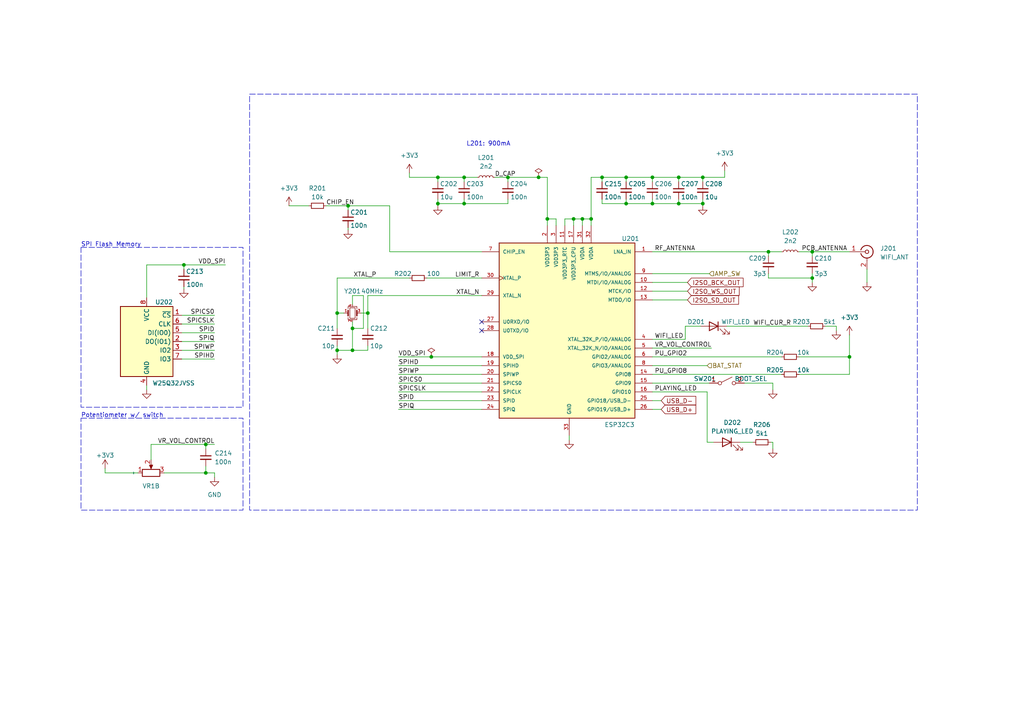
<source format=kicad_sch>
(kicad_sch (version 20230121) (generator eeschema)
  (paper "A4")
  (title_block (title "Internet Radio Speaker") (date "2024-01-16") (rev "1") (company "ST"))
  (lib_symbols
    (symbol "Connector:Conn_Coaxial" (pin_names (offset 1.016) hide)
      (property "Reference" "J" (at 0.254 3.048 0))
      (property "Value" "Conn_Coaxial" (at 2.921 0 90))
      (symbol "Conn_Coaxial_0_1"
        (arc (start -1.778 -0.508) (mid 0.2311 -1.8066) (end 1.778 0) (stroke (width 0.254)))
        (polyline (pts (xy -2.54 0) (xy -0.508 0)))
        (polyline (pts (xy 0 -2.54) (xy 0 -1.778)))
        (circle (center 0 0) (radius 0.508) (stroke (width 0.2032)))
        (arc (start 1.778 0) (mid 0.2099 1.8101) (end -1.778 0.508) (stroke (width 0.254)))
      )
      (symbol "Conn_Coaxial_1_1"
        (pin passive line (at -5.08 0 0) (length 2.54) (name "In") (number "1"))
        (pin passive line (at 0 -5.08 90) (length 2.54) (name "Ext") (number "2"))
      )
    )
    (symbol "Device:C_Small" (pin_numbers hide) (pin_names (offset 0.254) hide)
      (property "Reference" "C" (at 0.254 1.778 0))
      (property "Value" "C_Small" (at 0.254 -2.032 0))
      (symbol "C_Small_0_1"
        (polyline (pts (xy -1.524 -0.508) (xy 1.524 -0.508)) (stroke (width 0.3302)))
        (polyline (pts (xy -1.524 0.508) (xy 1.524 0.508)) (stroke (width 0.3048)))
      )
      (symbol "C_Small_1_1"
        (pin passive line (at 0 2.54 270) (length 2.032) (name "~") (number "1"))
        (pin passive line (at 0 -2.54 90) (length 2.032) (name "~") (number "2"))
      )
    )
    (symbol "Device:Crystal_GND24_Small" (pin_names (offset 1.016) hide)
      (property "Reference" "Y" (at 1.27 4.445 0))
      (property "Value" "Crystal_GND24_Small" (at 1.27 2.54 0))
      (symbol "Crystal_GND24_Small_0_1"
        (rectangle (start -0.762 -1.524) (end 0.762 1.524))
        (polyline (pts (xy -1.27 -0.762) (xy -1.27 0.762)) (stroke (width 0.381)))
        (polyline (pts (xy 1.27 -0.762) (xy 1.27 0.762)) (stroke (width 0.381)))
        (polyline (pts (xy -1.27 -1.27) (xy -1.27 -1.905) (xy 1.27 -1.905) (xy 1.27 -1.27)))
        (polyline (pts (xy -1.27 1.27) (xy -1.27 1.905) (xy 1.27 1.905) (xy 1.27 1.27)))
      )
      (symbol "Crystal_GND24_Small_1_1"
        (pin passive line (at -2.54 0 0) (length 1.27) (name "1") (number "1"))
        (pin passive line (at 0 -2.54 90) (length 0.635) (name "2") (number "2"))
        (pin passive line (at 2.54 0 180) (length 1.27) (name "3") (number "3"))
        (pin passive line (at 0 2.54 270) (length 0.635) (name "4") (number "4"))
      )
    )
    (symbol "Device:LED" (pin_numbers hide) (pin_names (offset 1.016) hide)
      (property "Reference" "D" (at 0 2.54 0))
      (property "Value" "LED" (at 0 -2.54 0))
      (symbol "LED_0_1"
        (polyline (pts (xy -1.27 -1.27) (xy -1.27 1.27)) (stroke (width 0.254)))
        (polyline (pts (xy -1.27 0) (xy 1.27 0)))
        (polyline (pts (xy 1.27 -1.27) (xy 1.27 1.27) (xy -1.27 0) (xy 1.27 -1.27)) (stroke (width 0.254)))
        (polyline (pts (xy -3.048 -0.762) (xy -4.572 -2.286) (xy -3.81 -2.286) (xy -4.572 -2.286) (xy -4.572 -1.524)))
        (polyline (pts (xy -1.778 -0.762) (xy -3.302 -2.286) (xy -2.54 -2.286) (xy -3.302 -2.286) (xy -3.302 -1.524)))
      )
      (symbol "LED_1_1"
        (pin passive line (at -3.81 0 0) (length 2.54) (name "K") (number "1"))
        (pin passive line (at 3.81 0 180) (length 2.54) (name "A") (number "2"))
      )
    )
    (symbol "Device:L_Small" (pin_numbers hide) (pin_names (offset 0.254) hide)
      (property "Reference" "L" (at 0.762 1.016 0))
      (property "Value" "L_Small" (at 0.762 -1.016 0))
      (symbol "L_Small_0_1"
        (arc (start 0 -2.032) (mid 0.5058 -1.524) (end 0 -1.016))
        (arc (start 0 -1.016) (mid 0.5058 -0.508) (end 0 0))
        (arc (start 0 0) (mid 0.5058 0.508) (end 0 1.016))
        (arc (start 0 1.016) (mid 0.5058 1.524) (end 0 2.032))
      )
      (symbol "L_Small_1_1"
        (pin passive line (at 0 2.54 270) (length 0.508) (name "~") (number "1"))
        (pin passive line (at 0 -2.54 90) (length 0.508) (name "~") (number "2"))
      )
    )
    (symbol "Device:R_Small" (pin_numbers hide) (pin_names (offset 0.254) hide)
      (property "Reference" "R" (at 0.762 0.508 0))
      (property "Value" "R_Small" (at 0.762 -1.016 0))
      (symbol "R_Small_0_1"
        (rectangle (start -0.762 1.778) (end 0.762 -1.778) (stroke (width 0.2032)))
      )
      (symbol "R_Small_1_1"
        (pin passive line (at 0 2.54 270) (length 0.762) (name "~") (number "1"))
        (pin passive line (at 0 -2.54 90) (length 0.762) (name "~") (number "2"))
      )
    )
    (symbol "ESP32C3:ESP32C3" (pin_names (offset 1.016))
      (property "Reference" "U" (at 16.51 26.67 0))
      (property "Value" "ESP32C3" (at 10.16 -26.67 0))
      (symbol "ESP32C3_0_0"
        (rectangle (start -20.32 25.4) (end 19.05 -25.4) (stroke (width 0.254)) (fill (type background)))
        (pin bidirectional line (at 24.13 22.86 180) (length 5.08) (name "LNA_IN") (number "1"))
        (pin power_in line (at -1.27 30.48 270) (length 5.08) (name "VDD3P3_RTC") (number "11"))
        (pin bidirectional line (at 24.13 -12.7 180) (length 5.08) (name "GPIO8") (number "14"))
        (pin bidirectional line (at 24.13 -15.24 180) (length 5.08) (name "GPIO9") (number "15"))
        (pin bidirectional line (at 24.13 -17.78 180) (length 5.08) (name "GPIO10") (number "16"))
        (pin power_in line (at 1.27 30.48 270) (length 5.08) (name "VDD3P3_CPU") (number "17"))
        (pin power_in line (at -25.4 -7.62 0) (length 5.08) (name "VDD_SPI") (number "18"))
        (pin bidirectional line (at -25.4 -10.16 0) (length 5.08) (name "SPIHD") (number "19"))
        (pin power_in line (at -6.35 30.48 270) (length 5.08) (name "VDD3P3") (number "2"))
        (pin bidirectional line (at -25.4 -12.7 0) (length 5.08) (name "SPIWP") (number "20"))
        (pin bidirectional line (at -25.4 -15.24 0) (length 5.08) (name "SPICS0") (number "21"))
        (pin bidirectional line (at -25.4 -17.78 0) (length 5.08) (name "SPICLK") (number "22"))
        (pin bidirectional line (at -25.4 -20.32 0) (length 5.08) (name "SPID") (number "23"))
        (pin bidirectional line (at -25.4 -22.86 0) (length 5.08) (name "SPIQ") (number "24"))
        (pin output line (at -25.4 10.16 0) (length 5.08) (name "XTAL_N") (number "29"))
        (pin power_in line (at -3.81 30.48 270) (length 5.08) (name "VDD3P3") (number "3"))
        (pin input clock (at -25.4 15.24 0) (length 5.08) (name "XTAL_P") (number "30"))
        (pin power_in line (at 3.81 30.48 270) (length 5.08) (name "VDDA") (number "31"))
        (pin power_in line (at 6.35 30.48 270) (length 5.08) (name "VDDA") (number "32"))
        (pin power_in line (at 0 -30.48 90) (length 5.08) (name "GND") (number "33"))
        (pin input line (at -25.4 22.86 0) (length 5.08) (name "CHIP_EN") (number "7"))
      )
      (symbol "ESP32C3_1_0"
        (pin bidirectional line (at 24.13 13.97 180) (length 5.08) (name "MTDI/IO/ANALOG") (number "10"))
        (pin bidirectional line (at 24.13 11.43 180) (length 5.08) (name "MTCK/IO") (number "12"))
        (pin bidirectional line (at 24.13 8.89 180) (length 5.08) (name "MTDO/IO") (number "13"))
        (pin bidirectional line (at 24.13 -20.32 180) (length 5.08) (name "GPIO18/USB_D-") (number "25"))
        (pin bidirectional line (at 24.13 -22.86 180) (length 5.08) (name "GPIO19/USB_D+") (number "26"))
        (pin bidirectional line (at -25.4 2.54 0) (length 5.08) (name "U0RXD/IO") (number "27"))
        (pin bidirectional line (at -25.4 0 0) (length 5.08) (name "U0TXD/IO") (number "28"))
        (pin bidirectional line (at 24.13 -2.54 180) (length 5.08) (name "XTAL_32K_P/IO/ANALOG") (number "4"))
        (pin bidirectional line (at 24.13 -5.08 180) (length 5.08) (name "XTAL_32K_N/IO/ANALOG") (number "5"))
        (pin bidirectional line (at 24.13 -7.62 180) (length 5.08) (name "GPIO2/ANALOG") (number "6"))
        (pin bidirectional line (at 24.13 -10.16 180) (length 5.08) (name "GPIO3/ANALOG") (number "8"))
        (pin bidirectional line (at 24.13 16.51 180) (length 5.08) (name "MTMS/IO/ANALOG") (number "9"))
      )
    )
    (symbol "Memory_Flash:W25Q32JVSS"
      (property "Reference" "U" (at -6.35 11.43 0))
      (property "Value" "W25Q32JVSS" (at 7.62 11.43 0))
      (symbol "W25Q32JVSS_0_1"
        (rectangle (start -7.62 10.16) (end 7.62 -10.16) (stroke (width 0.254)) (fill (type background)))
      )
      (symbol "W25Q32JVSS_1_1"
        (pin input line (at -10.16 7.62 0) (length 2.54) (name "~{CS}") (number "1"))
        (pin bidirectional line (at -10.16 0 0) (length 2.54) (name "DO(IO1)") (number "2"))
        (pin bidirectional line (at -10.16 -2.54 0) (length 2.54) (name "IO2") (number "3"))
        (pin power_in line (at 0 -12.7 90) (length 2.54) (name "GND") (number "4"))
        (pin bidirectional line (at -10.16 2.54 0) (length 2.54) (name "DI(IO0)") (number "5"))
        (pin input line (at -10.16 5.08 0) (length 2.54) (name "CLK") (number "6"))
        (pin bidirectional line (at -10.16 -5.08 0) (length 2.54) (name "IO3") (number "7"))
        (pin power_in line (at 0 12.7 270) (length 2.54) (name "VCC") (number "8"))
      )
    )
    (symbol "P0915S:P0915S" (pin_names (offset 0) hide)
      (property "Reference" "VR" (at 0 1.27 0))
      (symbol "P0915S_1_0"
        (circle (center -2.032 -2.54) (radius 0.508))
        (polyline (pts (xy -1.524 -2.286) (xy 1.524 -0.762)))
        (circle (center 2.032 -2.54) (radius 0.508))
      )
      (symbol "P0915S_1_1"
        (pin passive line (at -5.08 -2.54 0) (length 2.54) (name "A") (number "4"))
        (pin passive line (at 5.08 -2.54 180) (length 2.54) (name "B") (number "5"))
      )
      (symbol "P0915S_2_1"
        (rectangle (start -1.016 -2.54) (end 1.016 -7.62) (stroke (width 0.254)))
        (polyline (pts (xy 2.54 -5.08) (xy 1.524 -5.08)))
        (polyline (pts (xy 1.143 -5.08) (xy 2.286 -4.572) (xy 2.286 -5.588) (xy 1.143 -5.08)) (fill (type outline)))
        (pin passive line (at 0 -1.27 270) (length 1.27) (name "1") (number "1"))
        (pin passive line (at 3.81 -5.08 180) (length 1.27) (name "2") (number "2"))
        (pin passive line (at 0 -8.89 90) (length 1.27) (name "3") (number "3"))
      )
    )
    (symbol "Switch:SW_SPST" (pin_names (offset 0) hide)
      (property "Reference" "SW" (at 0 3.175 0))
      (property "Value" "SW_SPST" (at 0 -2.54 0))
      (symbol "SW_SPST_0_0"
        (circle (center -2.032 0) (radius 0.508))
        (polyline (pts (xy -1.524 0.254) (xy 1.524 1.778)))
        (circle (center 2.032 0) (radius 0.508))
      )
      (symbol "SW_SPST_1_1"
        (pin passive line (at -5.08 0 0) (length 2.54) (name "A") (number "1"))
        (pin passive line (at 5.08 0 180) (length 2.54) (name "B") (number "2"))
      )
    )
    (symbol "power:+3V3" (power) (pin_names (offset 0))
      (property "Value" "+3V3" (at 0 3.556 0))
      (symbol "+3V3_0_1"
        (polyline (pts (xy -0.762 1.27) (xy 0 2.54)))
        (polyline (pts (xy 0 0) (xy 0 2.54)))
        (polyline (pts (xy 0 2.54) (xy 0.762 1.27)))
      )
      (symbol "+3V3_1_1"
        (pin power_in line (at 0 0 90) (length 0) hide (name "+3V3") (number "1"))
      )
    )
    (symbol "power:GND" (power) (pin_names (offset 0))
      (property "Value" "GND" (at 0 -3.81 0))
      (symbol "GND_0_1"
        (polyline (pts (xy 0 0) (xy 0 -1.27) (xy 1.27 -1.27) (xy 0 -2.54) (xy -1.27 -1.27) (xy 0 -1.27)))
      )
      (symbol "GND_1_1"
        (pin power_in line (at 0 0 270) (length 0) hide (name "GND") (number "1"))
      )
    )
    (symbol "power:PWR_FLAG" (power) (pin_numbers hide) (pin_names (offset 0) hide)
      (property "Value" "PWR_FLAG" (at 0 3.81 0))
      (symbol "PWR_FLAG_0_0"
        (pin power_out line (at 0 0 90) (length 0) (name "pwr") (number "1"))
      )
      (symbol "PWR_FLAG_0_1"
        (polyline (pts (xy 0 0) (xy 0 1.27) (xy -1.016 1.905) (xy 0 2.54) (xy 1.016 1.905) (xy 0 1.27)))
      )
    )
  )
  (junction (at 196.85 59.055))
  (junction (at 158.75 63.5))
  (junction (at 134.62 51.435))
  (junction (at 181.61 59.055))
  (junction (at 125.095 103.505))
  (junction (at 59.69 128.905))
  (junction (at 168.91 63.5))
  (junction (at 106.68 90.805))
  (junction (at 222.885 73.025))
  (junction (at 174.625 51.435))
  (junction (at 134.62 59.055))
  (junction (at 102.235 95.25))
  (junction (at 189.23 51.435))
  (junction (at 189.23 59.055))
  (junction (at 102.235 101.6))
  (junction (at 97.79 90.805))
  (junction (at 127 51.435))
  (junction (at 59.69 137.16))
  (junction (at 235.585 80.645))
  (junction (at 203.835 59.055))
  (junction (at 53.34 76.835))
  (junction (at 97.79 101.6))
  (junction (at 196.85 51.435))
  (junction (at 147.32 51.435))
  (junction (at 235.585 73.025))
  (junction (at 171.45 63.5))
  (junction (at 166.37 63.5))
  (junction (at 100.965 59.69))
  (junction (at 181.61 51.435))
  (junction (at 156.21 51.435))
  (junction (at 127 59.055))
  (junction (at 246.38 103.505))
  (junction (at 203.835 51.435))
  (no_connect (at 139.7 93.345))
  (no_connect (at 139.7 95.885))
  (wire (pts (xy 53.34 76.835) (xy 65.405 76.835)))
  (wire (pts (xy 189.23 73.025) (xy 222.885 73.025)))
  (wire (pts (xy 235.585 73.025) (xy 235.585 74.295)))
  (wire (pts (xy 102.235 101.6) (xy 97.79 101.6)))
  (wire (pts (xy 242.57 94.615) (xy 239.395 94.615)))
  (wire (pts (xy 115.57 108.585) (xy 139.7 108.585)))
  (wire (pts (xy 196.85 59.055) (xy 203.835 59.055)))
  (wire (pts (xy 174.625 51.435) (xy 174.625 52.705)))
  (wire (pts (xy 189.23 86.995) (xy 199.39 86.995)))
  (wire (pts (xy 181.61 59.055) (xy 189.23 59.055)))
  (wire (pts (xy 147.32 51.435) (xy 156.21 51.435)))
  (wire (pts (xy 215.9 111.125) (xy 224.155 111.125)))
  (wire (pts (xy 42.545 76.835) (xy 53.34 76.835)))
  (wire (pts (xy 196.85 59.055) (xy 196.85 57.785)))
  (wire (pts (xy 224.155 111.125) (xy 224.155 113.03)))
  (wire (pts (xy 199.39 81.915) (xy 189.23 81.915)))
  (wire (pts (xy 205.105 106.045) (xy 189.23 106.045)))
  (wire (pts (xy 189.23 116.205) (xy 191.77 116.205)))
  (wire (pts (xy 189.23 59.055) (xy 196.85 59.055)))
  (wire (pts (xy 53.34 78.105) (xy 53.34 76.835)))
  (wire (pts (xy 231.775 73.025) (xy 235.585 73.025)))
  (wire (pts (xy 158.75 63.5) (xy 161.29 63.5)))
  (wire (pts (xy 102.235 95.25) (xy 102.235 101.6)))
  (wire (pts (xy 210.185 49.53) (xy 210.185 51.435)))
  (wire (pts (xy 42.545 111.76) (xy 42.545 113.03)))
  (wire (pts (xy 115.57 116.205) (xy 139.7 116.205)))
  (wire (pts (xy 52.705 93.98) (xy 62.23 93.98)))
  (wire (pts (xy 166.37 65.405) (xy 166.37 63.5)))
  (wire (pts (xy 97.79 80.645) (xy 97.79 90.805)))
  (wire (pts (xy 52.705 99.06) (xy 62.23 99.06)))
  (wire (pts (xy 102.235 93.345) (xy 102.235 95.25)))
  (wire (pts (xy 52.705 101.6) (xy 62.23 101.6)))
  (wire (pts (xy 171.45 63.5) (xy 171.45 65.405)))
  (wire (pts (xy 174.625 51.435) (xy 181.61 51.435)))
  (wire (pts (xy 203.835 59.055) (xy 203.835 57.785)))
  (wire (pts (xy 166.37 63.5) (xy 163.83 63.5)))
  (wire (pts (xy 127 59.055) (xy 127 59.69)))
  (wire (pts (xy 168.91 65.405) (xy 168.91 63.5)))
  (wire (pts (xy 198.755 98.425) (xy 189.23 98.425)))
  (wire (pts (xy 59.69 128.905) (xy 62.23 128.905)))
  (wire (pts (xy 224.155 128.27) (xy 224.155 130.175)))
  (wire (pts (xy 59.69 128.905) (xy 59.69 130.175)))
  (wire (pts (xy 53.34 83.185) (xy 53.34 83.82)))
  (wire (pts (xy 203.835 51.435) (xy 210.185 51.435)))
  (wire (pts (xy 127 57.785) (xy 127 59.055)))
  (wire (pts (xy 102.235 88.265) (xy 102.235 85.725)))
  (wire (pts (xy 106.68 101.6) (xy 102.235 101.6)))
  (wire (pts (xy 231.775 103.505) (xy 246.38 103.505)))
  (wire (pts (xy 171.45 63.5) (xy 168.91 63.5)))
  (wire (pts (xy 102.235 85.725) (xy 105.41 85.725)))
  (wire (pts (xy 40.005 137.16) (xy 30.48 137.16)))
  (wire (pts (xy 235.585 73.025) (xy 246.38 73.025)))
  (wire (pts (xy 174.625 59.055) (xy 181.61 59.055)))
  (wire (pts (xy 59.69 135.255) (xy 59.69 137.16)))
  (wire (pts (xy 105.41 85.725) (xy 105.41 95.25)))
  (wire (pts (xy 203.835 51.435) (xy 203.835 52.705)))
  (wire (pts (xy 62.23 137.16) (xy 62.23 138.43)))
  (wire (pts (xy 100.965 66.04) (xy 100.965 66.675)))
  (wire (pts (xy 203.2 94.615) (xy 198.755 94.615)))
  (wire (pts (xy 118.745 50.165) (xy 118.745 51.435)))
  (wire (pts (xy 104.775 90.805) (xy 106.68 90.805)))
  (wire (pts (xy 251.46 78.105) (xy 251.46 81.915)))
  (wire (pts (xy 222.885 79.375) (xy 222.885 80.645)))
  (wire (pts (xy 134.62 57.785) (xy 134.62 59.055)))
  (wire (pts (xy 100.965 59.69) (xy 113.03 59.69)))
  (wire (pts (xy 242.57 94.615) (xy 242.57 95.885)))
  (wire (pts (xy 134.62 51.435) (xy 138.43 51.435)))
  (wire (pts (xy 94.615 59.69) (xy 100.965 59.69)))
  (wire (pts (xy 161.29 65.405) (xy 161.29 63.5)))
  (wire (pts (xy 89.535 59.69) (xy 83.82 59.69)))
  (wire (pts (xy 171.45 51.435) (xy 174.625 51.435)))
  (wire (pts (xy 231.775 108.585) (xy 246.38 108.585)))
  (wire (pts (xy 134.62 52.705) (xy 134.62 51.435)))
  (wire (pts (xy 147.32 59.055) (xy 134.62 59.055)))
  (wire (pts (xy 113.03 59.69) (xy 113.03 73.025)))
  (wire (pts (xy 147.32 57.785) (xy 147.32 59.055)))
  (wire (pts (xy 222.885 73.025) (xy 222.885 74.295)))
  (wire (pts (xy 106.68 85.725) (xy 139.7 85.725)))
  (wire (pts (xy 171.45 51.435) (xy 171.45 63.5)))
  (wire (pts (xy 115.57 118.745) (xy 139.7 118.745)))
  (wire (pts (xy 218.44 128.27) (xy 214.63 128.27)))
  (wire (pts (xy 196.85 51.435) (xy 203.835 51.435)))
  (wire (pts (xy 147.32 51.435) (xy 147.32 52.705)))
  (wire (pts (xy 235.585 80.645) (xy 235.585 81.915)))
  (wire (pts (xy 222.885 73.025) (xy 226.695 73.025)))
  (wire (pts (xy 97.79 100.33) (xy 97.79 101.6)))
  (wire (pts (xy 52.705 91.44) (xy 62.23 91.44)))
  (wire (pts (xy 223.52 128.27) (xy 224.155 128.27)))
  (wire (pts (xy 158.75 51.435) (xy 158.75 63.5)))
  (wire (pts (xy 43.815 133.35) (xy 43.815 128.905)))
  (wire (pts (xy 181.61 51.435) (xy 189.23 51.435)))
  (wire (pts (xy 205.105 128.27) (xy 207.01 128.27)))
  (wire (pts (xy 127 51.435) (xy 134.62 51.435)))
  (wire (pts (xy 234.315 94.615) (xy 210.82 94.615)))
  (wire (pts (xy 97.79 90.805) (xy 97.79 95.25)))
  (wire (pts (xy 106.68 90.805) (xy 106.68 95.25)))
  (wire (pts (xy 235.585 80.645) (xy 235.585 79.375)))
  (wire (pts (xy 106.68 85.725) (xy 106.68 90.805)))
  (wire (pts (xy 174.625 57.785) (xy 174.625 59.055)))
  (wire (pts (xy 127 51.435) (xy 127 52.705)))
  (wire (pts (xy 189.23 111.125) (xy 205.74 111.125)))
  (wire (pts (xy 181.61 51.435) (xy 181.61 52.705)))
  (wire (pts (xy 181.61 57.785) (xy 181.61 59.055)))
  (wire (pts (xy 189.23 113.665) (xy 205.105 113.665)))
  (wire (pts (xy 246.38 103.505) (xy 246.38 108.585)))
  (wire (pts (xy 189.23 108.585) (xy 226.695 108.585)))
  (wire (pts (xy 203.835 59.055) (xy 203.835 59.69)))
  (wire (pts (xy 189.23 59.055) (xy 189.23 57.785)))
  (wire (pts (xy 62.23 137.16) (xy 59.69 137.16)))
  (wire (pts (xy 222.885 80.645) (xy 235.585 80.645)))
  (wire (pts (xy 189.23 103.505) (xy 226.695 103.505)))
  (wire (pts (xy 106.68 100.33) (xy 106.68 101.6)))
  (wire (pts (xy 113.03 73.025) (xy 139.7 73.025)))
  (wire (pts (xy 118.745 51.435) (xy 127 51.435)))
  (wire (pts (xy 102.235 95.25) (xy 105.41 95.25)))
  (wire (pts (xy 246.38 97.155) (xy 246.38 103.505)))
  (wire (pts (xy 205.74 79.375) (xy 189.23 79.375)))
  (wire (pts (xy 97.79 101.6) (xy 97.79 102.87)))
  (wire (pts (xy 165.1 126.365) (xy 165.1 127.635)))
  (wire (pts (xy 143.51 51.435) (xy 147.32 51.435)))
  (wire (pts (xy 52.705 104.14) (xy 62.23 104.14)))
  (wire (pts (xy 42.545 76.835) (xy 42.545 86.36)))
  (wire (pts (xy 125.095 103.505) (xy 139.7 103.505)))
  (wire (pts (xy 189.23 100.965) (xy 206.375 100.965)))
  (wire (pts (xy 97.79 90.805) (xy 99.695 90.805)))
  (wire (pts (xy 168.91 63.5) (xy 166.37 63.5)))
  (wire (pts (xy 158.75 63.5) (xy 158.75 65.405)))
  (wire (pts (xy 156.21 51.435) (xy 158.75 51.435)))
  (wire (pts (xy 189.23 51.435) (xy 196.85 51.435)))
  (wire (pts (xy 115.57 111.125) (xy 139.7 111.125)))
  (wire (pts (xy 189.23 51.435) (xy 189.23 52.705)))
  (wire (pts (xy 30.48 135.89) (xy 30.48 137.16)))
  (wire (pts (xy 43.815 128.905) (xy 59.69 128.905)))
  (wire (pts (xy 199.39 84.455) (xy 189.23 84.455)))
  (wire (pts (xy 47.625 137.16) (xy 59.69 137.16)))
  (wire (pts (xy 127 59.055) (xy 134.62 59.055)))
  (wire (pts (xy 189.23 118.745) (xy 191.77 118.745)))
  (wire (pts (xy 97.79 80.645) (xy 118.745 80.645)))
  (wire (pts (xy 115.57 103.505) (xy 125.095 103.505)))
  (wire (pts (xy 163.83 63.5) (xy 163.83 65.405)))
  (wire (pts (xy 139.7 80.645) (xy 123.825 80.645)))
  (wire (pts (xy 115.57 113.665) (xy 139.7 113.665)))
  (wire (pts (xy 115.57 106.045) (xy 139.7 106.045)))
  (wire (pts (xy 52.705 96.52) (xy 62.23 96.52)))
  (wire (pts (xy 205.105 113.665) (xy 205.105 128.27)))
  (wire (pts (xy 196.85 51.435) (xy 196.85 52.705)))
  (wire (pts (xy 198.755 94.615) (xy 198.755 98.425)))
  (wire (pts (xy 100.965 59.69) (xy 100.965 60.96)))
  (rectangle (start 23.495 71.755) (end 70.485 118.11) (stroke (width 0) (type dash)))
  (rectangle (start 23.495 121.285) (end 70.485 147.955) (stroke (width 0) (type dash)))
  (rectangle (start 72.39 27.305) (end 266.065 147.955) (stroke (width 0) (type dash)))
  (text "SPI Flash Memory" (at 23.495 71.755 0) (effects (font (size 1.27 1.27)) (justify left bottom)))
  (text "L201: 900mA" (at 135.255 42.545 0) (effects (font (size 1.27 1.27)) (justify left bottom)))
  (text "Potentiometer w/ switch" (at 23.495 121.285 0) (effects (font (size 1.27 1.27)) (justify left bottom)))
  (label "VR_VOL_CONTROL" (at 62.23 128.905 180))
  (label "XTAL_N" (at 139.065 85.725 180))
  (label "VDD_SPI" (at 115.57 103.505 0))
  (label "SPID" (at 62.23 96.52 180))
  (label "SPIWP" (at 115.57 108.585 0))
  (label "SPICS0" (at 62.23 91.44 180))
  (label "VDD_SPI" (at 65.405 76.835 180))
  (label "D_CAP" (at 143.51 51.435 0))
  (label "VR_VOL_CONTROL" (at 206.375 100.965 180))
  (label "SPID" (at 115.57 116.205 0))
  (label "SPIQ" (at 62.23 99.06 180))
  (label "SPICS0" (at 115.57 111.125 0))
  (label "SPIWP" (at 62.23 101.6 180))
  (label "SPIHD" (at 62.23 104.14 180))
  (label "PCB_ANTENNA" (at 245.745 73.025 180))
  (label "PLAYING_LED" (at 189.865 113.665 0))
  (label "SPICSLK" (at 115.57 113.665 0))
  (label "CHIP_EN" (at 94.615 59.69 0))
  (label "PU_GPIO8" (at 189.865 108.585 0))
  (label "PU_GPIO2" (at 189.865 103.505 0))
  (label "SPICSLK" (at 62.23 93.98 180))
  (label "SPIQ" (at 115.57 118.745 0))
  (label "SPIHD" (at 115.57 106.045 0))
  (label "RF_ANTENNA" (at 189.865 73.025 0))
  (label "WIFI_CUR_R" (at 218.44 94.615 0))
  (label "LIMIT_R" (at 139.065 80.645 180))
  (label "XTAL_P" (at 109.22 80.645 180))
  (label "WIFI_LED" (at 189.865 98.425 0))
  (global_label "I2SO_WS_OUT" (shape input) (at 199.39 84.455 0) (property "Intersheetrefs" "${INTERSHEET_REFS}" (effects hide)))
  (global_label "I2SO_SD_OUT" (shape input) (at 199.39 86.995 0) (property "Intersheetrefs" "${INTERSHEET_REFS}" (effects hide)))
  (global_label "I2SO_BCK_OUT" (shape input) (at 199.39 81.915 0) (property "Intersheetrefs" "${INTERSHEET_REFS}" (effects hide)))
  (global_label "USB_D+" (shape input) (at 191.77 118.745 0) (property "Intersheetrefs" "${INTERSHEET_REFS}" (effects hide)))
  (global_label "USB_D-" (shape input) (at 191.77 116.205 0) (property "Intersheetrefs" "${INTERSHEET_REFS}" (effects hide)))
  (hierarchical_label "BAT_STAT" (shape input) (at 205.105 106.045 0))
  (hierarchical_label "AMP_SW" (shape input) (at 205.74 79.375 0))
  (symbol (lib_id "Device:C_Small") (at 189.23 55.245 0) (unit 1)
    (property "Reference" "C206" (at 189.865 53.34 0) (effects (justify left)))
    (property "Value" "100n" (at 189.865 57.15 0) (effects (justify left)))
    (property "Footprint" "Capacitor_SMD:C_0402_1005Metric" (effects hide))
    (property "LCSC" "C1525" (effects hide))
  )
  (symbol (lib_id "Device:C_Small") (at 127 55.245 0) (mirror y) (unit 1)
    (property "Reference" "C202" (at 132.715 53.34 0) (effects (justify left)))
    (property "Value" "10u" (at 131.445 57.15 0) (effects (justify left)))
    (property "Footprint" "Capacitor_SMD:C_0603_1608Metric" (effects hide))
    (property "LCSC" "C15525" (effects hide))
  )
  (symbol (lib_id "Device:L_Small") (at 229.235 73.025 90) (unit 1)
    (property "Reference" "L202" (at 229.235 67.31 90))
    (property "Value" "2n2" (at 229.235 69.85 90))
    (property "Footprint" "Inductor_SMD:L_0402_1005Metric" (effects hide))
    (property "LCSC" "C97985" (effects hide))
  )
  (symbol (lib_id "Device:C_Small") (at 235.585 76.835 0) (mirror y) (unit 1)
    (property "Reference" "C210" (at 241.3 74.93 0) (effects (justify left)))
    (property "Value" "3p3" (at 240.03 79.375 0) (effects (justify left)))
    (property "Footprint" "Capacitor_SMD:C_0402_1005Metric" (effects hide))
    (property "LCSC" "C1565" (effects hide))
  )
  (symbol (lib_id "Device:C_Small") (at 174.625 55.245 0) (unit 1)
    (property "Reference" "C215" (at 175.26 53.34 0) (effects (justify left)))
    (property "Value" "100n" (at 175.26 57.15 0) (effects (justify left)))
    (property "Footprint" "Capacitor_SMD:C_0402_1005Metric" (effects hide))
    (property "LCSC" "C1525" (effects hide))
  )
  (symbol (lib_id "power:+3V3") (at 246.38 97.155 0) (unit 1)
    (property "Reference" "#PWR0211" (effects hide))
    (property "Value" "+3V3" (at 246.38 92.075 0))
  )
  (symbol (lib_id "Device:LED") (at 210.82 128.27 0) (mirror y) (unit 1)
    (property "Reference" "D202" (at 212.4075 122.555 0))
    (property "Value" "PLAYING_LED" (at 212.4075 125.095 0))
    (property "Footprint" "LED_SMD:LED_0603_1608Metric" (effects hide))
    (property "LCSC" "C72038" (effects hide))
  )
  (symbol (lib_id "power:GND") (at 62.23 138.43 0) (unit 1)
    (property "Reference" "#PWR0218" (effects hide))
    (property "Value" "GND" (at 62.23 143.51 0))
  )
  (symbol (lib_id "power:GND") (at 53.34 83.82 0) (unit 1)
    (property "Reference" "#PWR0209" (effects hide))
    (property "Value" "GND" (effects hide))
  )
  (symbol (lib_id "power:+3V3") (at 83.82 59.69 0) (unit 1)
    (property "Reference" "#PWR0203" (effects hide))
    (property "Value" "+3V3" (at 83.82 54.61 0))
  )
  (symbol (lib_id "power:GND") (at 224.155 130.175 0) (unit 1)
    (property "Reference" "#PWR0216" (effects hide))
    (property "Value" "GND" (effects hide))
  )
  (symbol (lib_id "power:GND") (at 242.57 95.885 0) (mirror y) (unit 1)
    (property "Reference" "#PWR0210" (effects hide))
    (property "Value" "GND" (effects hide))
  )
  (symbol (lib_id "Device:C_Small") (at 97.79 97.79 0) (unit 1)
    (property "Reference" "C211" (at 92.075 95.25 0) (effects (justify left)))
    (property "Value" "10p" (at 93.345 100.33 0) (effects (justify left)))
    (property "Footprint" "Capacitor_SMD:C_0402_1005Metric" (effects hide))
    (property "LCSC" "C32949" (effects hide))
  )
  (symbol (lib_id "Connector:Conn_Coaxial") (at 251.46 73.025 0) (unit 1)
    (property "Reference" "J201" (at 255.27 72.0482 0) (effects (justify left)))
    (property "Value" "WIFI_ANT" (at 255.27 74.5882 0) (effects (justify left)))
    (property "Footprint" "Connector_Coaxial:SMA_Amphenol_901-143_Horizontal" (effects hide))
    (property "Datasheet" " ~" (effects hide))
    (property "LCSC" "C3174435" (effects hide))
  )
  (symbol (lib_id "Device:R_Small") (at 92.075 59.69 90) (unit 1)
    (property "Reference" "R201" (at 92.075 54.61 90))
    (property "Value" "10k" (at 92.075 57.15 90))
    (property "Footprint" "Resistor_SMD:R_0402_1005Metric" (effects hide))
    (property "LCSC" "C25744" (effects hide))
  )
  (symbol (lib_id "power:GND") (at 165.1 127.635 0) (unit 1)
    (property "Reference" "#PWR0215" (effects hide))
    (property "Value" "GND" (effects hide))
  )
  (symbol (lib_id "power:PWR_FLAG") (at 156.21 51.435 0) (unit 1)
    (property "Reference" "#FLG0202" (effects hide))
    (property "Value" "PWR_FLAG" (effects hide))
  )
  (symbol (lib_id "Device:R_Small") (at 229.235 103.505 90) (unit 1)
    (property "Reference" "R204" (at 224.79 102.235 90))
    (property "Value" "10k" (at 233.045 102.235 90))
    (property "Footprint" "Resistor_SMD:R_0402_1005Metric" (effects hide))
    (property "LCSC" "C25744" (effects hide))
  )
  (symbol (lib_id "Switch:SW_SPST") (at 210.82 111.125 0) (unit 1)
    (property "Reference" "SW201" (at 204.47 109.855 0))
    (property "Value" "BOOT_SEL" (at 217.805 109.855 0))
    (property "Footprint" "Button_Switch_SMD:SW_SPST_SKQG_WithoutStem" (effects hide))
    (property "LCSC" "C318884" (effects hide))
  )
  (symbol (lib_id "power:+3V3") (at 210.185 49.53 0) (unit 1)
    (property "Reference" "#PWR0201" (effects hide))
    (property "Value" "+3V3" (at 210.185 44.45 0))
  )
  (symbol (lib_id "Device:C_Small") (at 53.34 80.645 0) (mirror y) (unit 1)
    (property "Reference" "C213" (at 59.055 78.74 0) (effects (justify left)))
    (property "Value" "100n" (at 59.055 82.55 0) (effects (justify left)))
    (property "Footprint" "Capacitor_SMD:C_0402_1005Metric" (effects hide))
    (property "LCSC" "C1525" (effects hide))
  )
  (symbol (lib_id "Device:C_Small") (at 147.32 55.245 0) (mirror y) (unit 1)
    (property "Reference" "C204" (at 153.035 53.34 0) (effects (justify left)))
    (property "Value" "100n" (at 153.035 57.15 0) (effects (justify left)))
    (property "Footprint" "Capacitor_SMD:C_0402_1005Metric" (effects hide))
    (property "LCSC" "C1525" (effects hide))
  )
  (symbol (lib_id "Device:R_Small") (at 229.235 108.585 90) (unit 1)
    (property "Reference" "R205" (at 224.79 107.315 90))
    (property "Value" "10k" (at 233.045 107.315 90))
    (property "Footprint" "Resistor_SMD:R_0402_1005Metric" (effects hide))
    (property "LCSC" "C25744" (effects hide))
  )
  (symbol (lib_id "Device:LED") (at 207.01 94.615 0) (mirror y) (unit 1)
    (property "Reference" "D201" (at 201.93 93.345 0))
    (property "Value" "WIFI_LED" (at 213.36 93.345 0))
    (property "Footprint" "LED_SMD:LED_0603_1608Metric" (effects hide))
    (property "LCSC" "C72041" (effects hide))
  )
  (symbol (lib_id "power:GND") (at 127 59.69 0) (mirror y) (unit 1)
    (property "Reference" "#PWR0204" (effects hide))
    (property "Value" "GND" (effects hide))
  )
  (symbol (lib_id "Memory_Flash:W25Q32JVSS") (at 42.545 99.06 0) (mirror y) (unit 1)
    (property "Reference" "U202" (at 50.165 87.63 0) (effects (justify left)))
    (property "Value" "W25Q32JVSS" (at 56.515 111.125 0) (effects (justify left)))
    (property "Footprint" "Package_SO:SOIC-8_5.23x5.23mm_P1.27mm" (effects hide))
    (property "Datasheet" "http://www.winbond.com/resource-files/w25q32jv%20revg%2003272018%20plus.pdf" (effects hide))
    (property "LCSC" "C179173" (effects hide))
  )
  (symbol (lib_id "Device:L_Small") (at 140.97 51.435 90) (unit 1)
    (property "Reference" "L201" (at 140.97 45.72 90))
    (property "Value" "2n2" (at 140.97 48.26 90))
    (property "Footprint" "Inductor_SMD:L_0402_1005Metric" (effects hide))
    (property "LCSC" "C97985" (effects hide))
  )
  (symbol (lib_id "Device:C_Small") (at 59.69 132.715 0) (unit 1)
    (property "Reference" "C214" (at 62.23 131.4513 0) (effects (justify left)))
    (property "Value" "100n" (at 62.23 133.9913 0) (effects (justify left)))
    (property "Footprint" "Capacitor_SMD:C_0402_1005Metric" (effects hide))
    (property "LCSC" "C1525" (effects hide))
  )
  (symbol (lib_id "Device:R_Small") (at 220.98 128.27 270) (mirror x) (unit 1)
    (property "Reference" "R206" (at 220.98 123.19 90))
    (property "Value" "5k1" (at 220.98 125.73 90))
    (property "Footprint" "Resistor_SMD:R_0402_1005Metric" (effects hide))
    (property "LCSC" "C25905" (effects hide))
  )
  (symbol (lib_id "Device:C_Small") (at 134.62 55.245 0) (mirror y) (unit 1)
    (property "Reference" "C203" (at 140.335 53.34 0) (effects (justify left)))
    (property "Value" "100n" (at 140.335 57.15 0) (effects (justify left)))
    (property "Footprint" "Capacitor_SMD:C_0402_1005Metric" (effects hide))
    (property "LCSC" "C1525" (effects hide))
  )
  (symbol (lib_id "power:GND") (at 42.545 113.03 0) (unit 1)
    (property "Reference" "#PWR0213" (effects hide))
    (property "Value" "GND" (effects hide))
  )
  (symbol (lib_id "ESP32C3:ESP32C3") (at 165.1 95.885 0) (unit 1)
    (property "Reference" "U201" (at 182.88 69.215 0))
    (property "Value" "ESP32C3" (at 179.705 123.19 0))
    (property "Footprint" "Package_DFN_QFN:HVQFN-32-1EP_5x5mm_P0.5mm_EP3.1x3.1mm_ThermalVias" (effects hide))
    (property "Description" "WiFi Modules (802.11) (Engineering Samples Only) SMD IC ESP32-C3, RISC-V single-core MCU, 2.4G Wi-Fi & BLE 5.0 combo, QFN 32-pin, 5*5 mm, 40 ~ 105C" (effects hide))
    (property "Package" "VFQFN-32" (effects hide))
    (property "LCSC" "C2858491" (effects hide))
  )
  (symbol (lib_id "Device:C_Small") (at 100.965 63.5 0) (unit 1)
    (property "Reference" "C201" (at 101.6 61.595 0) (effects (justify left)))
    (property "Value" "100n" (at 101.6 65.405 0) (effects (justify left)))
    (property "Footprint" "Capacitor_SMD:C_0402_1005Metric" (effects hide))
    (property "LCSC" "C1525" (effects hide))
  )
  (symbol (lib_id "power:PWR_FLAG") (at 125.095 103.505 0) (unit 1)
    (property "Reference" "#FLG0101" (effects hide))
    (property "Value" "PWR_FLAG" (effects hide))
    (instances (project "internet-radio-speaker" (path "" (reference "#FLG0101") (unit 1)) (path "" (reference "#FLG0201") (unit 1))))
  )
  (symbol (lib_id "power:GND") (at 235.585 81.915 0) (unit 1)
    (property "Reference" "#PWR0207" (effects hide))
    (property "Value" "GND" (effects hide))
  )
  (symbol (lib_id "Device:C_Small") (at 196.85 55.245 0) (unit 1)
    (property "Reference" "C207" (at 197.485 53.34 0) (effects (justify left)))
    (property "Value" "100n" (at 197.485 57.15 0) (effects (justify left)))
    (property "Footprint" "Capacitor_SMD:C_0402_1005Metric" (effects hide))
    (property "LCSC" "C1525" (effects hide))
  )
  (symbol (lib_id "Device:R_Small") (at 121.285 80.645 270) (mirror x) (unit 1)
    (property "Reference" "R202" (at 116.84 79.375 90))
    (property "Value" "100" (at 125.73 79.375 90))
    (property "Footprint" "Resistor_SMD:R_0402_1005Metric" (effects hide))
    (property "LCSC" "C25076" (effects hide))
  )
  (symbol (lib_id "power:+3V3") (at 30.48 135.89 0) (unit 1)
    (property "Reference" "#PWR0217" (effects hide))
    (property "Value" "+3V3" (at 30.48 132.08 0))
  )
  (symbol (lib_id "Device:R_Small") (at 236.855 94.615 270) (mirror x) (unit 1)
    (property "Reference" "R203" (at 232.41 93.345 90))
    (property "Value" "5k1" (at 240.665 93.345 90))
    (property "Footprint" "Resistor_SMD:R_0402_1005Metric" (effects hide))
    (property "LCSC" "C25905" (effects hide))
  )
  (symbol (lib_id "Device:C_Small") (at 106.68 97.79 0) (unit 1)
    (property "Reference" "C212" (at 107.315 95.25 0) (effects (justify left)))
    (property "Value" "10p" (at 107.315 100.33 0) (effects (justify left)))
    (property "Footprint" "Capacitor_SMD:C_0402_1005Metric" (effects hide))
    (property "LCSC" "C32949" (effects hide))
  )
  (symbol (lib_id "Device:C_Small") (at 181.61 55.245 0) (unit 1)
    (property "Reference" "C205" (at 182.245 53.34 0) (effects (justify left)))
    (property "Value" "100n" (at 182.245 57.15 0) (effects (justify left)))
    (property "Footprint" "Capacitor_SMD:C_0402_1005Metric" (effects hide))
    (property "LCSC" "C1525" (effects hide))
  )
  (symbol (lib_id "power:GND") (at 97.79 102.87 0) (unit 1)
    (property "Reference" "#PWR0212" (effects hide))
    (property "Value" "GND" (effects hide))
  )
  (symbol (lib_id "Device:C_Small") (at 203.835 55.245 0) (unit 1)
    (property "Reference" "C208" (at 204.47 53.34 0) (effects (justify left)))
    (property "Value" "10u" (at 204.47 57.15 0) (effects (justify left)))
    (property "Footprint" "Capacitor_SMD:C_0603_1608Metric" (effects hide))
    (property "LCSC" "C15525" (effects hide))
  )
  (symbol (lib_id "power:GND") (at 224.155 113.03 0) (unit 1)
    (property "Reference" "#PWR0214" (effects hide))
    (property "Value" "GND" (effects hide))
  )
  (symbol (lib_id "power:GND") (at 100.965 66.675 0) (unit 1)
    (property "Reference" "#PWR0206" (effects hide))
    (property "Value" "GND" (effects hide))
  )
  (symbol (lib_id "power:GND") (at 251.46 81.915 0) (unit 1)
    (property "Reference" "#PWR0208" (effects hide))
    (property "Value" "GND" (effects hide))
  )
  (symbol (lib_id "power:+3V3") (at 118.745 50.165 0) (mirror y) (unit 1)
    (property "Reference" "#PWR0202" (effects hide))
    (property "Value" "+3V3" (at 118.745 45.085 0))
  )
  (symbol (lib_id "Device:Crystal_GND24_Small") (at 102.235 90.805 0) (unit 1)
    (property "Reference" "Y201" (at 102.235 84.455 0))
    (property "Value" "40MHz" (at 107.95 84.455 0))
    (property "Footprint" "Crystal:Crystal_SMD_3225-4Pin_3.2x2.5mm" (effects hide))
    (property "LCSC" "C5261243" (effects hide))
  )
  (symbol (lib_id "Device:C_Small") (at 222.885 76.835 0) (mirror y) (unit 1)
    (property "Reference" "C209" (at 222.25 74.93 0) (effects (justify left)))
    (property "Value" "3p3" (at 222.25 79.375 0) (effects (justify left)))
    (property "Footprint" "Capacitor_SMD:C_0402_1005Metric" (effects hide))
    (property "LCSC" "C1565" (effects hide))
  )
  (symbol (lib_id "P0915S:P0915S") (at 38.735 137.16 90) (unit 2)
    (property "Reference" "VR1" (at 43.815 140.97 90))
    (property "Value" "~" (at 38.735 137.16 0))
    (property "Footprint" "Internet_Radio_Speaker:Potentiometer_Alps_RK0971111Z1P" (effects hide))
    (property "Datasheet" "https://www.ttelectronics.com/TTElectronics/media/ProductFiles/Datasheet/P09x.pdf" (effects hide))
    (property "LCSC" "C2687318" (effects hide))
  )
  (symbol (lib_id "power:GND") (at 203.835 59.69 0) (unit 1)
    (property "Reference" "#PWR0205" (effects hide))
    (property "Value" "GND" (effects hide))
  )
)
</source>
